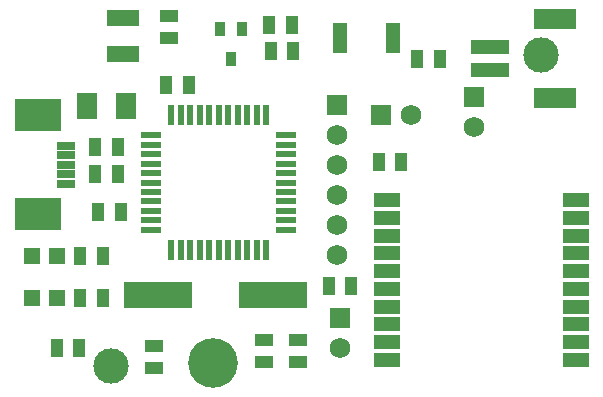
<source format=gts>
G04 (created by PCBNEW (2013-05-31 BZR 4019)-stable) date 7/20/2013 3:51:13 PM*
%MOIN*%
G04 Gerber Fmt 3.4, Leading zero omitted, Abs format*
%FSLAX34Y34*%
G01*
G70*
G90*
G04 APERTURE LIST*
%ADD10C,0.00590551*%
%ADD11R,0.0474X0.0186*%
%ADD12R,0.1576X0.1064*%
%ADD13R,0.0631X0.0277*%
%ADD14R,0.043X0.063*%
%ADD15R,0.063X0.043*%
%ADD16R,0.068X0.088*%
%ADD17R,0.2285X0.0907*%
%ADD18R,0.0552X0.0552*%
%ADD19R,0.068X0.068*%
%ADD20C,0.068*%
%ADD21C,0.1655*%
%ADD22R,0.0356X0.0474*%
%ADD23R,0.0867X0.0474*%
%ADD24R,0.108X0.058*%
%ADD25R,0.024X0.068*%
%ADD26R,0.068X0.024*%
%ADD27R,0.12611X0.0473701*%
%ADD28R,0.141858X0.0670551*%
%ADD29C,0.11811*%
G04 APERTURE END LIST*
G54D10*
G54D11*
X22747Y-10722D03*
X22747Y-10922D03*
X22747Y-11122D03*
X22747Y-11322D03*
X22747Y-11522D03*
X24497Y-11522D03*
X24497Y-11322D03*
X24497Y-11122D03*
X24497Y-10922D03*
X24497Y-10722D03*
G54D12*
X12677Y-17007D03*
X12677Y-13699D03*
G54D13*
X13622Y-15983D03*
X13622Y-15668D03*
X13622Y-14723D03*
X13622Y-15038D03*
X13622Y-15353D03*
G54D14*
X20392Y-10688D03*
X21142Y-10688D03*
X20432Y-11555D03*
X21182Y-11555D03*
X15335Y-14763D03*
X14585Y-14763D03*
X15335Y-15649D03*
X14585Y-15649D03*
X25313Y-11811D03*
X26063Y-11811D03*
X24784Y-15255D03*
X24034Y-15255D03*
X14843Y-19783D03*
X14093Y-19783D03*
X15434Y-16929D03*
X14684Y-16929D03*
X22361Y-19389D03*
X23111Y-19389D03*
X14056Y-21456D03*
X13306Y-21456D03*
X16948Y-12696D03*
X17698Y-12696D03*
G54D15*
X20200Y-21175D03*
X20200Y-21925D03*
X16535Y-21376D03*
X16535Y-22126D03*
G54D16*
X15625Y-13375D03*
X14325Y-13375D03*
G54D17*
X20511Y-19685D03*
X16693Y-19685D03*
G54D18*
X13306Y-18405D03*
X12480Y-18405D03*
X13306Y-19783D03*
X12480Y-19783D03*
G54D19*
X24106Y-13681D03*
G54D20*
X25106Y-13681D03*
G54D19*
X22736Y-20464D03*
G54D20*
X22736Y-21464D03*
G54D21*
X18504Y-21948D03*
G54D14*
X14843Y-18405D03*
X14093Y-18405D03*
G54D22*
X19114Y-11838D03*
X18739Y-10838D03*
X19489Y-10838D03*
G54D23*
X24310Y-16535D03*
X24310Y-17125D03*
X24310Y-17716D03*
X24310Y-18306D03*
X24310Y-18897D03*
X24310Y-19487D03*
X24310Y-20078D03*
X24310Y-20668D03*
X24310Y-21259D03*
X24310Y-21849D03*
X30610Y-21849D03*
X30610Y-21259D03*
X30610Y-20668D03*
X30610Y-20078D03*
X30610Y-19487D03*
X30610Y-18897D03*
X30610Y-18306D03*
X30610Y-17716D03*
X30610Y-17125D03*
X30610Y-16535D03*
G54D15*
X17050Y-11125D03*
X17050Y-10375D03*
G54D24*
X15500Y-11650D03*
X15500Y-10450D03*
G54D15*
X21358Y-21930D03*
X21358Y-21180D03*
G54D25*
X18700Y-13694D03*
X18385Y-13694D03*
X18070Y-13694D03*
X17755Y-13694D03*
X17440Y-13694D03*
X17125Y-13694D03*
X19015Y-13694D03*
X19330Y-13694D03*
X19645Y-13694D03*
X19960Y-13694D03*
X20275Y-13694D03*
X18700Y-18194D03*
X18385Y-18194D03*
X18070Y-18194D03*
X17755Y-18194D03*
X17440Y-18194D03*
X17125Y-18194D03*
X19015Y-18194D03*
X19330Y-18194D03*
X19645Y-18194D03*
X19960Y-18194D03*
X20275Y-18194D03*
G54D26*
X16450Y-15944D03*
X20950Y-15944D03*
X16450Y-16259D03*
X20950Y-16259D03*
X20950Y-16574D03*
X16450Y-16574D03*
X16450Y-16889D03*
X20950Y-16889D03*
X20950Y-17204D03*
X16450Y-17204D03*
X16450Y-17519D03*
X20950Y-17519D03*
X20950Y-15629D03*
X16450Y-15629D03*
X16450Y-15314D03*
X20950Y-15314D03*
X20950Y-14999D03*
X16450Y-14999D03*
X16450Y-14684D03*
X20950Y-14684D03*
X20950Y-14369D03*
X16450Y-14369D03*
G54D19*
X22637Y-13346D03*
G54D20*
X22637Y-14346D03*
X22637Y-15346D03*
X22637Y-16346D03*
X22637Y-17346D03*
X22637Y-18346D03*
G54D27*
X27755Y-11417D03*
X27755Y-12204D03*
G54D28*
X29921Y-10492D03*
X29921Y-13129D03*
G54D19*
X27200Y-13100D03*
G54D20*
X27200Y-14100D03*
G54D29*
X29450Y-11700D03*
X15100Y-22050D03*
M02*

</source>
